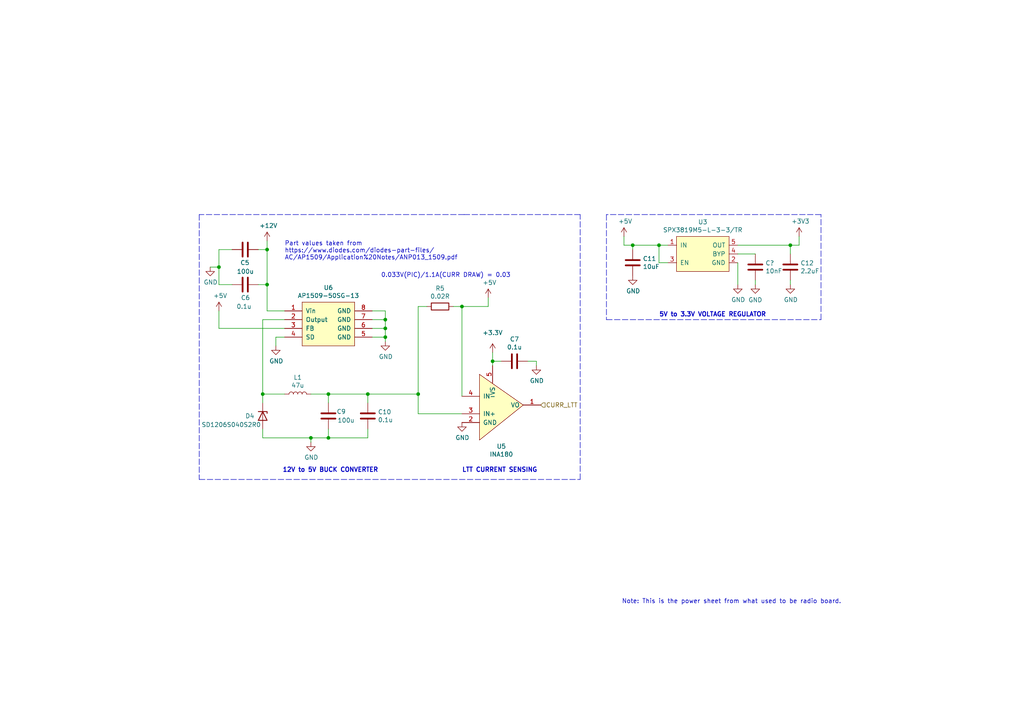
<source format=kicad_sch>
(kicad_sch (version 20211123) (generator eeschema)
  (paper "A4")
  (title_block (title "Live Telemetry Transmitter") (date "2021-11-03") (rev "2.1"))
  (lib_symbols
    (symbol "Device:C" (pin_numbers hide) (pin_names (offset 0.254))
      (property "Reference" "C" (at 0.635 2.54 0))
      (property "Value" "C" (at 0.635 -2.54 0))
      (symbol "C_0_1"
        (polyline (pts (xy -2.032 -0.762) (xy 2.032 -0.762)) (stroke (width 0.508)))
        (polyline (pts (xy -2.032 0.762) (xy 2.032 0.762)) (stroke (width 0.508)))
      )
      (symbol "C_1_1"
        (pin passive line (at 0 3.81 270) (length 2.794) (name "~") (number "1"))
        (pin passive line (at 0 -3.81 90) (length 2.794) (name "~") (number "2"))
      )
    )
    (symbol "Device:D_Zener" (pin_numbers hide) (pin_names (offset 1.016) hide)
      (property "Reference" "D" (at 0 2.54 0))
      (property "Value" "D_Zener" (at 0 -2.54 0))
      (symbol "D_Zener_0_1"
        (polyline (pts (xy 1.27 0) (xy -1.27 0)))
        (polyline (pts (xy -1.27 -1.27) (xy -1.27 1.27) (xy -0.762 1.27)) (stroke (width 0.254)))
        (polyline (pts (xy 1.27 -1.27) (xy 1.27 1.27) (xy -1.27 0) (xy 1.27 -1.27)) (stroke (width 0.254)))
      )
      (symbol "D_Zener_1_1"
        (pin passive line (at -3.81 0 0) (length 2.54) (name "K") (number "1"))
        (pin passive line (at 3.81 0 180) (length 2.54) (name "A") (number "2"))
      )
    )
    (symbol "Device:L" (pin_numbers hide) (pin_names (offset 1.016) hide)
      (property "Reference" "L" (at -1.27 0 90))
      (property "Value" "L" (at 1.905 0 90))
      (symbol "L_0_1"
        (arc (start 0 -2.54) (mid 0.635 -1.905) (end 0 -1.27))
        (arc (start 0 -1.27) (mid 0.635 -0.635) (end 0 0))
        (arc (start 0 0) (mid 0.635 0.635) (end 0 1.27))
        (arc (start 0 1.27) (mid 0.635 1.905) (end 0 2.54))
      )
      (symbol "L_1_1"
        (pin passive line (at 0 3.81 270) (length 1.27) (name "1") (number "1"))
        (pin passive line (at 0 -3.81 90) (length 1.27) (name "2") (number "2"))
      )
    )
    (symbol "Device:R" (pin_numbers hide) (pin_names (offset 0))
      (property "Reference" "R" (at 2.032 0 90))
      (property "Value" "R" (at 0 0 90))
      (symbol "R_0_1"
        (rectangle (start -1.016 -2.54) (end 1.016 2.54) (stroke (width 0.254)))
      )
      (symbol "R_1_1"
        (pin passive line (at 0 3.81 270) (length 1.27) (name "~") (number "1"))
        (pin passive line (at 0 -3.81 90) (length 1.27) (name "~") (number "2"))
      )
    )
    (symbol "canhw:AP1509" (pin_names (offset 1.016))
      (property "Reference" "U" (at 0 5.08 0))
      (property "Value" "AP1509" (at 0 -12.7 0))
      (symbol "AP1509_1_1"
        (rectangle (start -7.62 2.54) (end 7.62 -10.16) (fill (type background)))
        (pin input line (at -12.7 0 0) (length 5.08) (name "Vin") (number "1"))
        (pin output line (at -12.7 -2.54 0) (length 5.08) (name "Output") (number "2") (alternate "" input line))
        (pin input line (at -12.7 -5.08 0) (length 5.08) (name "FB") (number "3"))
        (pin input line (at -12.7 -7.62 0) (length 5.08) (name "SD") (number "4"))
        (pin output line (at 12.7 -7.62 180) (length 5.08) (name "GND") (number "5"))
        (pin output line (at 12.7 -5.08 180) (length 5.08) (name "GND") (number "6"))
        (pin output line (at 12.7 -2.54 180) (length 5.08) (name "GND") (number "7"))
        (pin output line (at 12.7 0 180) (length 5.08) (name "GND") (number "8"))
      )
    )
    (symbol "canhw:INA180" (pin_names (offset 1.016))
      (property "Reference" "U" (at -5.08 13.97 0))
      (property "Value" "INA180" (at -11.43 15.24 0))
      (symbol "INA180_0_1"
        (polyline (pts (xy 5.08 0) (xy -7.62 8.89)))
        (polyline (pts (xy -7.62 8.89) (xy -7.62 -10.16) (xy 5.08 0)) (fill (type background)))
      )
      (symbol "INA180_1_1"
        (pin output line (at 10.16 0 180) (length 5.08) (name "VO") (number "1"))
        (pin power_in line (at -12.7 -5.08 0) (length 5.08) (name "GND") (number "2"))
        (pin input line (at -12.7 -2.54 0) (length 5.08) (name "IN+") (number "3"))
        (pin input line (at -12.7 2.54 0) (length 5.08) (name "IN-") (number "4"))
        (pin power_in line (at -3.81 11.43 270) (length 5.08) (name "VS") (number "5"))
      )
    )
    (symbol "canhw:TLV70233QDBVRQ1" (pin_names (offset 1.016))
      (property "Reference" "U3" (at 0 15.621 0))
      (property "Value" "SPX3819M5-L-3-3/TR" (at 0 13.3096 0))
      (symbol "TLV70233QDBVRQ1_0_1"
        (rectangle (start -7.62 11.43) (end 7.62 1.27) (fill (type background)))
      )
      (symbol "TLV70233QDBVRQ1_1_1"
        (pin power_in line (at -10.16 8.89 0) (length 2.54) (name "IN") (number "1"))
        (pin power_in line (at 10.16 3.81 180) (length 2.54) (name "GND") (number "2"))
        (pin unspecified line (at -10.16 3.81 0) (length 2.54) (name "EN") (number "3"))
        (pin unspecified line (at 10.16 6.35 180) (length 2.54) (name "BYP") (number "4"))
        (pin power_out line (at 10.16 8.89 180) (length 2.54) (name "OUT") (number "5"))
      )
    )
    (symbol "power:+12V" (power) (pin_names (offset 0))
      (property "Value" "+12V" (at 0 3.556 0))
      (symbol "+12V_0_1"
        (polyline (pts (xy -0.762 1.27) (xy 0 2.54)))
        (polyline (pts (xy 0 0) (xy 0 2.54)))
        (polyline (pts (xy 0 2.54) (xy 0.762 1.27)))
      )
      (symbol "+12V_1_1"
        (pin power_in line (at 0 0 90) (length 0) hide (name "+12V") (number "1"))
      )
    )
    (symbol "power:+3.3V" (power) (pin_names (offset 0))
      (property "Value" "+3.3V" (at 0 3.556 0))
      (symbol "+3.3V_0_1"
        (polyline (pts (xy -0.762 1.27) (xy 0 2.54)))
        (polyline (pts (xy 0 0) (xy 0 2.54)))
        (polyline (pts (xy 0 2.54) (xy 0.762 1.27)))
      )
      (symbol "+3.3V_1_1"
        (pin power_in line (at 0 0 90) (length 0) hide (name "+3.3V") (number "1"))
      )
    )
    (symbol "power:+5V" (power) (pin_names (offset 0))
      (property "Value" "+5V" (at 0 3.556 0))
      (symbol "+5V_0_1"
        (polyline (pts (xy -0.762 1.27) (xy 0 2.54)))
        (polyline (pts (xy 0 0) (xy 0 2.54)))
        (polyline (pts (xy 0 2.54) (xy 0.762 1.27)))
      )
      (symbol "+5V_1_1"
        (pin power_in line (at 0 0 90) (length 0) hide (name "+5V") (number "1"))
      )
    )
    (symbol "power:GND" (power) (pin_names (offset 0))
      (property "Value" "GND" (at 0 -3.81 0))
      (symbol "GND_0_1"
        (polyline (pts (xy 0 0) (xy 0 -1.27) (xy 1.27 -1.27) (xy 0 -2.54) (xy -1.27 -1.27) (xy 0 -1.27)))
      )
      (symbol "GND_1_1"
        (pin power_in line (at 0 0 270) (length 0) hide (name "GND") (number "1"))
      )
    )
    (symbol "telemetry_transmitter-rescue:+3.3V-power" (power) (pin_names (offset 0))
      (property "Value" "+3.3V-power" (at 0 3.556 0))
      (symbol "+3.3V-power_0_1"
        (polyline (pts (xy -0.762 1.27) (xy 0 2.54)))
        (polyline (pts (xy 0 0) (xy 0 2.54)))
        (polyline (pts (xy 0 2.54) (xy 0.762 1.27)))
      )
      (symbol "+3.3V-power_1_1"
        (pin power_in line (at 0 0 90) (length 0) hide (name "+3V3") (number "1"))
      )
    )
  )
  (junction (at 111.76 92.71))
  (junction (at 90.17 127))
  (junction (at 229.235 71.12))
  (junction (at 191.135 71.12))
  (junction (at 111.76 97.79))
  (junction (at 142.875 104.775))
  (junction (at 95.25 114.3))
  (junction (at 133.985 88.9))
  (junction (at 63.5 77.47))
  (junction (at 77.47 72.39))
  (junction (at 106.68 114.3))
  (junction (at 183.515 71.12))
  (junction (at 121.285 114.3))
  (junction (at 77.47 82.55))
  (junction (at 76.2 114.3))
  (junction (at 111.76 95.25))
  (junction (at 95.25 127))
  (wire (pts (xy 213.995 73.66) (xy 219.075 73.66)))
  (polyline (pts (xy 175.895 92.71) (xy 238.125 92.71)))
  (wire (pts (xy 111.76 90.17) (xy 111.76 92.71)))
  (wire (pts (xy 63.5 72.39) (xy 63.5 77.47)))
  (wire (pts (xy 229.235 71.12) (xy 229.235 73.66)))
  (wire (pts (xy 193.675 76.2) (xy 191.135 76.2)))
  (wire (pts (xy 142.875 104.775) (xy 145.415 104.775)))
  (wire (pts (xy 142.875 106.045) (xy 142.875 104.775)))
  (polyline (pts (xy 238.125 62.23) (xy 175.895 62.23)))
  (wire (pts (xy 76.2 116.84) (xy 76.2 114.3)))
  (polyline (pts (xy 168.275 139.065) (xy 168.275 62.23)))
  (wire (pts (xy 213.995 76.2) (xy 213.995 82.55)))
  (wire (pts (xy 76.2 92.71) (xy 76.2 114.3)))
  (wire (pts (xy 133.985 88.9) (xy 141.605 88.9)))
  (wire (pts (xy 63.5 90.17) (xy 63.5 95.25)))
  (wire (pts (xy 141.605 88.9) (xy 141.605 86.36)))
  (wire (pts (xy 229.235 81.28) (xy 229.235 82.55)))
  (wire (pts (xy 107.95 90.17) (xy 111.76 90.17)))
  (wire (pts (xy 76.2 124.46) (xy 76.2 127)))
  (wire (pts (xy 183.515 72.39) (xy 183.515 71.12)))
  (wire (pts (xy 63.5 82.55) (xy 67.31 82.55)))
  (polyline (pts (xy 134.62 62.23) (xy 57.785 62.23)))
  (wire (pts (xy 63.5 77.47) (xy 63.5 82.55)))
  (wire (pts (xy 77.47 90.17) (xy 82.55 90.17)))
  (wire (pts (xy 183.515 71.12) (xy 191.135 71.12)))
  (polyline (pts (xy 168.275 62.23) (xy 134.62 62.23)))
  (polyline (pts (xy 57.785 62.23) (xy 57.785 138.43)))
  (wire (pts (xy 153.035 104.775) (xy 155.575 104.775)))
  (wire (pts (xy 107.95 92.71) (xy 111.76 92.71)))
  (wire (pts (xy 74.93 82.55) (xy 77.47 82.55)))
  (wire (pts (xy 76.2 114.3) (xy 82.55 114.3)))
  (wire (pts (xy 95.25 114.3) (xy 90.17 114.3)))
  (wire (pts (xy 106.68 116.84) (xy 106.68 114.3)))
  (wire (pts (xy 80.01 100.33) (xy 80.01 97.79)))
  (wire (pts (xy 111.76 92.71) (xy 111.76 95.25)))
  (wire (pts (xy 60.96 77.47) (xy 63.5 77.47)))
  (wire (pts (xy 82.55 97.79) (xy 80.01 97.79)))
  (wire (pts (xy 95.25 116.84) (xy 95.25 114.3)))
  (wire (pts (xy 107.95 95.25) (xy 111.76 95.25)))
  (wire (pts (xy 142.875 104.775) (xy 142.875 102.235)))
  (wire (pts (xy 90.17 127) (xy 95.25 127)))
  (wire (pts (xy 95.25 114.3) (xy 106.68 114.3)))
  (wire (pts (xy 74.93 72.39) (xy 77.47 72.39)))
  (wire (pts (xy 121.285 114.3) (xy 121.285 120.015)))
  (wire (pts (xy 231.775 68.58) (xy 231.775 71.12)))
  (wire (pts (xy 155.575 104.775) (xy 155.575 106.045)))
  (wire (pts (xy 180.975 71.12) (xy 183.515 71.12)))
  (wire (pts (xy 219.075 81.28) (xy 219.075 82.55)))
  (wire (pts (xy 95.25 127) (xy 95.25 124.46)))
  (wire (pts (xy 131.445 88.9) (xy 133.985 88.9)))
  (wire (pts (xy 76.2 127) (xy 90.17 127)))
  (wire (pts (xy 121.285 120.015) (xy 133.985 120.015)))
  (wire (pts (xy 133.985 88.9) (xy 133.985 114.935)))
  (wire (pts (xy 121.285 88.9) (xy 121.285 114.3)))
  (wire (pts (xy 90.17 127) (xy 90.17 128.27)))
  (polyline (pts (xy 57.785 137.795) (xy 57.785 139.065)))
  (wire (pts (xy 123.825 88.9) (xy 121.285 88.9)))
  (polyline (pts (xy 238.125 92.71) (xy 238.125 62.23)))
  (wire (pts (xy 111.76 95.25) (xy 111.76 97.79)))
  (wire (pts (xy 63.5 95.25) (xy 82.55 95.25)))
  (wire (pts (xy 107.95 97.79) (xy 111.76 97.79)))
  (wire (pts (xy 77.47 82.55) (xy 77.47 90.17)))
  (wire (pts (xy 106.68 127) (xy 106.68 124.46)))
  (wire (pts (xy 111.76 97.79) (xy 111.76 99.06)))
  (wire (pts (xy 106.68 114.3) (xy 121.285 114.3)))
  (wire (pts (xy 76.2 92.71) (xy 82.55 92.71)))
  (wire (pts (xy 191.135 71.12) (xy 193.675 71.12)))
  (wire (pts (xy 191.135 76.2) (xy 191.135 71.12)))
  (wire (pts (xy 229.235 71.12) (xy 231.775 71.12)))
  (wire (pts (xy 77.47 72.39) (xy 77.47 82.55)))
  (wire (pts (xy 67.31 72.39) (xy 63.5 72.39)))
  (wire (pts (xy 95.25 127) (xy 106.68 127)))
  (wire (pts (xy 180.975 68.58) (xy 180.975 71.12)))
  (wire (pts (xy 77.47 69.85) (xy 77.47 72.39)))
  (polyline (pts (xy 175.895 62.23) (xy 175.895 92.71)))
  (polyline (pts (xy 57.785 139.065) (xy 168.275 139.065)))
  (wire (pts (xy 213.995 71.12) (xy 229.235 71.12)))
  (text "Note: This is the power sheet from what used to be radio board." (at 180.34 175.26 0) (effects (font (size 1.27 1.27)) (justify left bottom)))
  (text "LTT CURRENT SENSING" (at 133.985 137.16 0) (effects (font (size 1.27 1.27) (thickness 0.254) bold) (justify left bottom)))
  (text "5V to 3.3V VOLTAGE REGULATOR" (at 191.135 92.075 0) (effects (font (size 1.27 1.27) (thickness 0.254) bold) (justify left bottom)))
  (text "Part values taken from \nhttps://www.diodes.com/diodes-part-files/\nAC/AP1509/Application%20Notes/ANP013_1509.pdf" (at 82.55 75.565 0) (effects (font (size 1.27 1.27)) (justify left bottom)))
  (text "12V to 5V BUCK CONVERTER" (at 81.915 137.16 0) (effects (font (size 1.27 1.27) (thickness 0.254) bold) (justify left bottom)))
  (text "0.033V(PIC)/1.1A(CURR DRAW) = 0.03 " (at 110.49 80.645 0) (effects (font (size 1.27 1.27)) (justify left bottom)))
  (hierarchical_label "CURR_LTT" (shape input) (at 156.845 117.475 0))
  (symbol (lib_id "Device:D_Zener") (at 76.2 120.65 270) (unit 1)
    (property "Reference" "D4" (at 71.12 120.65 90) (effects (justify left)))
    (property "Value" "SD1206S040S2R0" (at 58.42 123.19 90) (effects (justify left)))
    (property "Footprint" "Diode_SMD:D_1206_3216Metric_Pad1.42x1.75mm_HandSolder" (effects hide))
  )
  (symbol (lib_id "Device:L") (at 86.36 114.3 90) (unit 1)
    (property "Reference" "L1" (at 86.36 109.474 90))
    (property "Value" "47u" (at 86.36 111.7854 90))
    (property "Footprint" "Inductor_THT:L_Radial_D8.7mm_P5.00mm_Fastron_07HCP" (effects hide))
  )
  (symbol (lib_id "Device:C") (at 95.25 120.65 0) (unit 1)
    (property "Reference" "C9" (at 100.33 119.38 0) (effects (justify right)))
    (property "Value" "100u" (at 102.87 121.92 0) (effects (justify right)))
    (property "Footprint" "Capacitor_THT:CP_Radial_D7.5mm_P2.50mm" (effects hide))
  )
  (symbol (lib_id "Device:C") (at 183.515 76.2 180) (unit 1)
    (property "Reference" "C11" (at 186.436 75.0316 0) (effects (justify right)))
    (property "Value" "10uF" (at 186.436 77.343 0) (effects (justify right)))
    (property "Footprint" "Capacitor_SMD:C_0805_2012Metric_Pad1.15x1.40mm_HandSolder" (effects hide))
  )
  (symbol (lib_id "Device:C") (at 229.235 77.47 180) (unit 1)
    (property "Reference" "C12" (at 232.156 76.3016 0) (effects (justify right)))
    (property "Value" "2.2uF" (at 232.156 78.613 0) (effects (justify right)))
    (property "Footprint" "Capacitor_SMD:C_0805_2012Metric_Pad1.15x1.40mm_HandSolder" (effects hide))
  )
  (symbol (lib_id "power:+5V") (at 180.975 68.58 0) (unit 1)
    (property "Reference" "#PWR042" (effects hide))
    (property "Value" "+5V" (at 181.356 64.1858 0))
  )
  (symbol (lib_id "power:GND") (at 213.995 82.55 0) (unit 1)
    (property "Reference" "#PWR044" (effects hide))
    (property "Value" "GND" (at 214.122 86.9442 0))
  )
  (symbol (lib_id "power:GND") (at 229.235 82.55 0) (unit 1)
    (property "Reference" "#PWR045" (effects hide))
    (property "Value" "GND" (at 229.362 86.9442 0))
  )
  (symbol (lib_id "power:GND") (at 183.515 80.01 0) (unit 1)
    (property "Reference" "#PWR043" (effects hide))
    (property "Value" "GND" (at 183.642 84.4042 0))
  )
  (symbol (lib_id "telemetry_transmitter-rescue:+3.3V-power") (at 231.775 68.58 0) (unit 1)
    (property "Reference" "#PWR046" (effects hide))
    (property "Value" "+3.3V" (at 232.156 64.1858 0))
  )
  (symbol (lib_id "canhw:INA180") (at 146.685 117.475 0) (unit 1)
    (property "Reference" "U5" (at 145.415 129.4638 0))
    (property "Value" "INA180" (at 145.415 131.7752 0))
    (property "Footprint" "Package_TO_SOT_SMD:SOT-23-5_HandSoldering" (effects hide))
  )
  (symbol (lib_id "power:GND") (at 133.985 122.555 0) (unit 1)
    (property "Reference" "#PWR015" (effects hide))
    (property "Value" "GND" (at 134.112 126.9492 0))
  )
  (symbol (lib_id "Device:R") (at 127.635 88.9 270) (unit 1)
    (property "Reference" "R5" (at 127.635 83.6422 90))
    (property "Value" "0.02R" (at 127.635 85.9536 90))
    (property "Footprint" "Resistor_SMD:R_1206_3216Metric_Pad1.42x1.75mm_HandSolder" (effects hide))
  )
  (symbol (lib_id "Device:C") (at 149.225 104.775 270) (unit 1)
    (property "Reference" "C7" (at 149.225 98.3742 90))
    (property "Value" "0.1u" (at 149.225 100.6856 90))
    (property "Footprint" "Capacitor_SMD:C_0805_2012Metric_Pad1.15x1.40mm_HandSolder" (effects hide))
  )
  (symbol (lib_id "power:GND") (at 155.575 106.045 0) (unit 1)
    (property "Reference" "#PWR021" (effects hide))
    (property "Value" "GND" (at 155.702 110.4392 0))
  )
  (symbol (lib_id "canhw:AP1509") (at 95.25 90.17 0) (unit 1)
    (property "Reference" "U6" (at 95.25 83.439 0))
    (property "Value" "AP1509-50SG-13" (at 95.25 85.7504 0))
    (property "Footprint" "Package_SO:SOIC-8_3.9x4.9mm_P1.27mm" (effects hide))
  )
  (symbol (lib_id "power:GND") (at 111.76 99.06 0) (unit 1)
    (property "Reference" "#PWR024" (effects hide))
    (property "Value" "GND" (at 111.887 103.4542 0))
  )
  (symbol (lib_id "power:+12V") (at 77.47 69.85 0) (unit 1)
    (property "Reference" "#PWR019" (effects hide))
    (property "Value" "+12V" (at 77.851 65.4558 0))
  )
  (symbol (lib_id "power:GND") (at 90.17 128.27 0) (unit 1)
    (property "Reference" "#PWR026" (effects hide))
    (property "Value" "GND" (at 90.297 132.6642 0))
  )
  (symbol (lib_id "power:GND") (at 80.01 100.33 0) (unit 1)
    (property "Reference" "#PWR020" (effects hide))
    (property "Value" "GND" (at 80.137 104.7242 0))
  )
  (symbol (lib_id "power:+5V") (at 63.5 90.17 0) (unit 1)
    (property "Reference" "#PWR014" (effects hide))
    (property "Value" "+5V" (at 63.881 85.7758 0))
  )
  (symbol (lib_id "Device:C") (at 71.12 82.55 90) (unit 1)
    (property "Reference" "C6" (at 69.85 86.36 90) (effects (justify right)))
    (property "Value" "0.1u" (at 68.58 88.9 90) (effects (justify right)))
    (property "Footprint" "Capacitor_SMD:C_0805_2012Metric_Pad1.15x1.40mm_HandSolder" (effects hide))
  )
  (symbol (lib_id "power:GND") (at 60.96 77.47 0) (unit 1)
    (property "Reference" "#PWR016" (effects hide))
    (property "Value" "GND" (at 61.087 81.8642 0))
  )
  (symbol (lib_id "Device:C") (at 71.12 72.39 270) (unit 1)
    (property "Reference" "C5" (at 72.39 76.2 90) (effects (justify right)))
    (property "Value" "100u" (at 73.66 78.74 90) (effects (justify right)))
    (property "Footprint" "Capacitor_THT:CP_Radial_D7.5mm_P2.50mm" (effects hide))
  )
  (symbol (lib_id "Device:C") (at 106.68 120.65 180) (unit 1)
    (property "Reference" "C10" (at 109.601 119.4816 0) (effects (justify right)))
    (property "Value" "0.1u" (at 109.601 121.793 0) (effects (justify right)))
    (property "Footprint" "Capacitor_SMD:C_0805_2012Metric_Pad1.15x1.40mm_HandSolder" (effects hide))
  )
  (symbol (lib_id "canhw:TLV70233QDBVRQ1") (at 203.835 80.01 0) (unit 1)
    (property "Reference" "U3" (at 203.835 64.389 0))
    (property "Value" "SPX3819M5-L-3-3/TR" (at 203.835 66.7004 0))
    (property "Footprint" "Package_TO_SOT_SMD:SOT-23-5_HandSoldering" (effects hide))
  )
  (symbol (lib_id "Device:C") (at 219.075 77.47 180) (unit 1)
    (property "Reference" "C?" (at 221.996 76.3016 0) (effects (justify right)))
    (property "Value" "10nF" (at 221.996 78.613 0) (effects (justify right)))
    (property "Footprint" "Capacitor_SMD:C_0805_2012Metric_Pad1.15x1.40mm_HandSolder" (effects hide))
  )
  (symbol (lib_id "power:+5V") (at 141.605 86.36 0) (unit 1)
    (property "Reference" "#PWR022" (effects hide))
    (property "Value" "+5V" (at 141.986 81.9658 0))
  )
  (symbol (lib_id "power:GND") (at 219.075 82.55 0) (unit 1)
    (property "Reference" "#PWR?" (effects hide))
    (property "Value" "GND" (at 219.075 86.995 0))
  )
  (symbol (lib_id "power:+3.3V") (at 142.875 102.235 0) (unit 1)
    (property "Reference" "#PWR?" (effects hide))
    (property "Value" "+3.3V" (at 142.875 96.52 0))
  )
)
</source>
